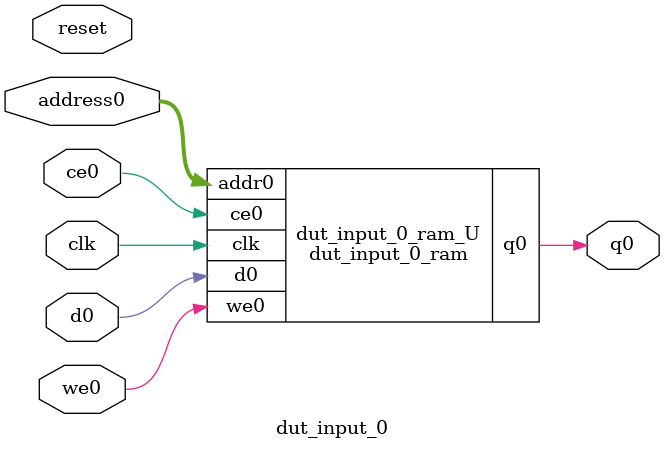
<source format=v>

`timescale 1 ns / 1 ps
module dut_input_0_ram (addr0, ce0, d0, we0, q0,  clk);

parameter DWIDTH = 1;
parameter AWIDTH = 11;
parameter MEM_SIZE = 1296;

input[AWIDTH-1:0] addr0;
input ce0;
input[DWIDTH-1:0] d0;
input we0;
output reg[DWIDTH-1:0] q0;
input clk;

(* ram_style = "block" *)reg [DWIDTH-1:0] ram[MEM_SIZE-1:0];




always @(posedge clk)  
begin 
    if (ce0) 
    begin
        if (we0) 
        begin 
            ram[addr0] <= d0; 
            q0 <= d0;
        end 
        else 
            q0 <= ram[addr0];
    end
end


endmodule


`timescale 1 ns / 1 ps
module dut_input_0(
    reset,
    clk,
    address0,
    ce0,
    we0,
    d0,
    q0);

parameter DataWidth = 32'd1;
parameter AddressRange = 32'd1296;
parameter AddressWidth = 32'd11;
input reset;
input clk;
input[AddressWidth - 1:0] address0;
input ce0;
input we0;
input[DataWidth - 1:0] d0;
output[DataWidth - 1:0] q0;



dut_input_0_ram dut_input_0_ram_U(
    .clk( clk ),
    .addr0( address0 ),
    .ce0( ce0 ),
    .d0( d0 ),
    .we0( we0 ),
    .q0( q0 ));

endmodule


</source>
